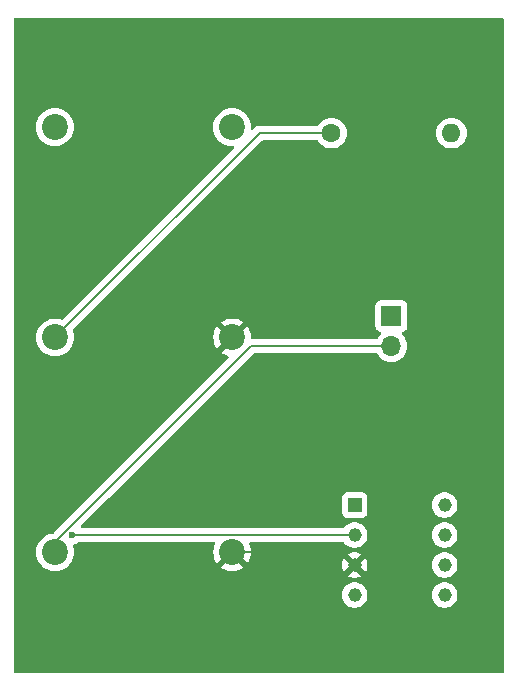
<source format=gbr>
%TF.GenerationSoftware,KiCad,Pcbnew,8.0.8*%
%TF.CreationDate,2025-02-03T11:26:52-05:00*%
%TF.ProjectId,Power_Supply_Board,506f7765-725f-4537-9570-706c795f426f,rev?*%
%TF.SameCoordinates,Original*%
%TF.FileFunction,Copper,L2,Bot*%
%TF.FilePolarity,Positive*%
%FSLAX46Y46*%
G04 Gerber Fmt 4.6, Leading zero omitted, Abs format (unit mm)*
G04 Created by KiCad (PCBNEW 8.0.8) date 2025-02-03 11:26:52*
%MOMM*%
%LPD*%
G01*
G04 APERTURE LIST*
%TA.AperFunction,ComponentPad*%
%ADD10R,1.700000X1.700000*%
%TD*%
%TA.AperFunction,ComponentPad*%
%ADD11O,1.700000X1.700000*%
%TD*%
%TA.AperFunction,ComponentPad*%
%ADD12R,1.160000X1.160000*%
%TD*%
%TA.AperFunction,ComponentPad*%
%ADD13C,1.160000*%
%TD*%
%TA.AperFunction,ComponentPad*%
%ADD14C,1.600000*%
%TD*%
%TA.AperFunction,ComponentPad*%
%ADD15O,1.600000X1.600000*%
%TD*%
%TA.AperFunction,ComponentPad*%
%ADD16C,2.200000*%
%TD*%
%TA.AperFunction,ViaPad*%
%ADD17C,0.600000*%
%TD*%
%TA.AperFunction,Conductor*%
%ADD18C,0.200000*%
%TD*%
G04 APERTURE END LIST*
D10*
%TO.P,J1,1,Pin_1*%
%TO.N,Net-(IC1-V+)*%
X190500000Y-84000000D03*
D11*
%TO.P,J1,2,Pin_2*%
%TO.N,Net-(J1-Pin_2)*%
X190500000Y-86540000D03*
%TD*%
D12*
%TO.P,IC1,1,BOOST*%
%TO.N,unconnected-(IC1-BOOST-Pad1)*%
X187380000Y-100000000D03*
D13*
%TO.P,IC1,2,CAP+*%
%TO.N,Net-(IC1-CAP+)*%
X187380000Y-102540000D03*
%TO.P,IC1,3,GND*%
%TO.N,Earth*%
X187380000Y-105080000D03*
%TO.P,IC1,4,CAP-*%
%TO.N,Net-(IC1-CAP-)*%
X187380000Y-107620000D03*
%TO.P,IC1,5,VOUT*%
%TO.N,Net-(IC1-VOUT)*%
X195000000Y-107620000D03*
%TO.P,IC1,6,LOW_VOLTAGE_(LV)*%
%TO.N,unconnected-(IC1-LOW_VOLTAGE_(LV)-Pad6)*%
X195000000Y-105080000D03*
%TO.P,IC1,7,OSC*%
%TO.N,unconnected-(IC1-OSC-Pad7)*%
X195000000Y-102540000D03*
%TO.P,IC1,8,V+*%
%TO.N,Net-(IC1-V+)*%
X195000000Y-100000000D03*
%TD*%
D14*
%TO.P,R1,1*%
%TO.N,Net-(IC1-VOUT)*%
X185420000Y-68500000D03*
D15*
%TO.P,R1,2*%
%TO.N,Net-(J1-Pin_2)*%
X195580000Y-68500000D03*
%TD*%
D16*
%TO.P,C3,1*%
%TO.N,Net-(J1-Pin_2)*%
X162025000Y-104000000D03*
%TO.P,C3,2*%
%TO.N,Earth*%
X177025000Y-104000000D03*
%TD*%
%TO.P,C1,1*%
%TO.N,Net-(IC1-CAP+)*%
X162000000Y-68000000D03*
%TO.P,C1,2*%
%TO.N,Net-(IC1-CAP-)*%
X177000000Y-68000000D03*
%TD*%
%TO.P,C2,1*%
%TO.N,Net-(IC1-VOUT)*%
X162025000Y-85810000D03*
%TO.P,C2,2*%
%TO.N,Earth*%
X177025000Y-85810000D03*
%TD*%
D17*
%TO.N,Net-(IC1-CAP+)*%
X163482000Y-102540000D03*
%TD*%
D18*
%TO.N,Net-(IC1-CAP+)*%
X187380000Y-102540000D02*
X163482000Y-102540000D01*
%TO.N,Earth*%
X186300000Y-104000000D02*
X187380000Y-105080000D01*
X177025000Y-104000000D02*
X186300000Y-104000000D01*
%TO.N,Net-(IC1-VOUT)*%
X162025000Y-85810000D02*
X179335000Y-68500000D01*
X179335000Y-68500000D02*
X185420000Y-68500000D01*
%TO.N,Net-(J1-Pin_2)*%
X162025000Y-104000000D02*
X162025000Y-103093000D01*
X178578000Y-86540000D02*
X190500000Y-86540000D01*
X162025000Y-103093000D02*
X178578000Y-86540000D01*
%TD*%
%TA.AperFunction,Conductor*%
%TO.N,Earth*%
G36*
X199942539Y-58770185D02*
G01*
X199988294Y-58822989D01*
X199999500Y-58874500D01*
X199999500Y-114125500D01*
X199979815Y-114192539D01*
X199927011Y-114238294D01*
X199875500Y-114249500D01*
X158624500Y-114249500D01*
X158557461Y-114229815D01*
X158511706Y-114177011D01*
X158500500Y-114125500D01*
X158500500Y-107619999D01*
X186294871Y-107619999D01*
X186294871Y-107620000D01*
X186313346Y-107819391D01*
X186313347Y-107819393D01*
X186368145Y-108011989D01*
X186368151Y-108012004D01*
X186457401Y-108191241D01*
X186457406Y-108191249D01*
X186578081Y-108351049D01*
X186705386Y-108467102D01*
X186726064Y-108485952D01*
X186896316Y-108591368D01*
X187083040Y-108663705D01*
X187279877Y-108700500D01*
X187279879Y-108700500D01*
X187480121Y-108700500D01*
X187480123Y-108700500D01*
X187676960Y-108663705D01*
X187863684Y-108591368D01*
X188033936Y-108485952D01*
X188181920Y-108351047D01*
X188302595Y-108191247D01*
X188391853Y-108011994D01*
X188446653Y-107819392D01*
X188465129Y-107620000D01*
X188465129Y-107619999D01*
X193914871Y-107619999D01*
X193914871Y-107620000D01*
X193933346Y-107819391D01*
X193933347Y-107819393D01*
X193988145Y-108011989D01*
X193988151Y-108012004D01*
X194077401Y-108191241D01*
X194077406Y-108191249D01*
X194198081Y-108351049D01*
X194325386Y-108467102D01*
X194346064Y-108485952D01*
X194516316Y-108591368D01*
X194703040Y-108663705D01*
X194899877Y-108700500D01*
X194899879Y-108700500D01*
X195100121Y-108700500D01*
X195100123Y-108700500D01*
X195296960Y-108663705D01*
X195483684Y-108591368D01*
X195653936Y-108485952D01*
X195801920Y-108351047D01*
X195922595Y-108191247D01*
X196011853Y-108011994D01*
X196066653Y-107819392D01*
X196085129Y-107620000D01*
X196066653Y-107420608D01*
X196011853Y-107228006D01*
X196011848Y-107227995D01*
X195922598Y-107048758D01*
X195922593Y-107048750D01*
X195801918Y-106888950D01*
X195653937Y-106754049D01*
X195653936Y-106754048D01*
X195589101Y-106713903D01*
X195483685Y-106648632D01*
X195483683Y-106648631D01*
X195347152Y-106595739D01*
X195296960Y-106576295D01*
X195100123Y-106539500D01*
X194899877Y-106539500D01*
X194703040Y-106576295D01*
X194703037Y-106576295D01*
X194703037Y-106576296D01*
X194516316Y-106648631D01*
X194516314Y-106648632D01*
X194346062Y-106754049D01*
X194198081Y-106888950D01*
X194077406Y-107048750D01*
X194077401Y-107048758D01*
X193988151Y-107227995D01*
X193988145Y-107228010D01*
X193933347Y-107420606D01*
X193933346Y-107420608D01*
X193914871Y-107619999D01*
X188465129Y-107619999D01*
X188446653Y-107420608D01*
X188391853Y-107228006D01*
X188391848Y-107227995D01*
X188302598Y-107048758D01*
X188302593Y-107048750D01*
X188181918Y-106888950D01*
X188033937Y-106754049D01*
X188033936Y-106754048D01*
X187969101Y-106713903D01*
X187863685Y-106648632D01*
X187863683Y-106648631D01*
X187727152Y-106595739D01*
X187676960Y-106576295D01*
X187480123Y-106539500D01*
X187279877Y-106539500D01*
X187083040Y-106576295D01*
X187083037Y-106576295D01*
X187083037Y-106576296D01*
X186896316Y-106648631D01*
X186896314Y-106648632D01*
X186726062Y-106754049D01*
X186578081Y-106888950D01*
X186457406Y-107048750D01*
X186457401Y-107048758D01*
X186368151Y-107227995D01*
X186368145Y-107228010D01*
X186313347Y-107420606D01*
X186313346Y-107420608D01*
X186294871Y-107619999D01*
X158500500Y-107619999D01*
X158500500Y-104000000D01*
X160419551Y-104000000D01*
X160439317Y-104251151D01*
X160498126Y-104496110D01*
X160594533Y-104728859D01*
X160726160Y-104943653D01*
X160726161Y-104943656D01*
X160726164Y-104943659D01*
X160889776Y-105135224D01*
X161038066Y-105261875D01*
X161081343Y-105298838D01*
X161081346Y-105298839D01*
X161296140Y-105430466D01*
X161527737Y-105526396D01*
X161528889Y-105526873D01*
X161773852Y-105585683D01*
X162025000Y-105605449D01*
X162276148Y-105585683D01*
X162521111Y-105526873D01*
X162753859Y-105430466D01*
X162968659Y-105298836D01*
X163160224Y-105135224D01*
X163323836Y-104943659D01*
X163455466Y-104728859D01*
X163551873Y-104496111D01*
X163610683Y-104251148D01*
X163630449Y-104000000D01*
X163610683Y-103748852D01*
X163551873Y-103503889D01*
X163549155Y-103497327D01*
X163541686Y-103427858D01*
X163572961Y-103365379D01*
X163633050Y-103329727D01*
X163649830Y-103326655D01*
X163661255Y-103325368D01*
X163831522Y-103265789D01*
X163984262Y-103169816D01*
X163984267Y-103169810D01*
X163987097Y-103167555D01*
X163989275Y-103166665D01*
X163990158Y-103166111D01*
X163990255Y-103166265D01*
X164051783Y-103141145D01*
X164064412Y-103140500D01*
X175463609Y-103140500D01*
X175530648Y-103160185D01*
X175576403Y-103212989D01*
X175586347Y-103282147D01*
X175578170Y-103311953D01*
X175498603Y-103504043D01*
X175439812Y-103748927D01*
X175420052Y-104000000D01*
X175439812Y-104251072D01*
X175498603Y-104495956D01*
X175594980Y-104728631D01*
X175726568Y-104943362D01*
X175727266Y-104944179D01*
X176501212Y-104170233D01*
X176512482Y-104212292D01*
X176584890Y-104337708D01*
X176687292Y-104440110D01*
X176812708Y-104512518D01*
X176854765Y-104523787D01*
X176080819Y-105297732D01*
X176080819Y-105297733D01*
X176081634Y-105298429D01*
X176296368Y-105430019D01*
X176529043Y-105526396D01*
X176773927Y-105585187D01*
X177025000Y-105604947D01*
X177276072Y-105585187D01*
X177520956Y-105526396D01*
X177753631Y-105430019D01*
X177968361Y-105298432D01*
X177968363Y-105298430D01*
X177969180Y-105297732D01*
X177751447Y-105079999D01*
X186295373Y-105079999D01*
X186295373Y-105080000D01*
X186313840Y-105279295D01*
X186368616Y-105471815D01*
X186457044Y-105649402D01*
X187000000Y-105106446D01*
X187000000Y-105130028D01*
X187025896Y-105226675D01*
X187075924Y-105313325D01*
X187146675Y-105384076D01*
X187233325Y-105434104D01*
X187329972Y-105460000D01*
X187353553Y-105460000D01*
X186813839Y-105999711D01*
X186896539Y-106050917D01*
X186896540Y-106050918D01*
X187083175Y-106123220D01*
X187279925Y-106160000D01*
X187480075Y-106160000D01*
X187676824Y-106123220D01*
X187863459Y-106050918D01*
X187863463Y-106050916D01*
X187946158Y-105999712D01*
X187946158Y-105999711D01*
X187406448Y-105460000D01*
X187430028Y-105460000D01*
X187526675Y-105434104D01*
X187613325Y-105384076D01*
X187684076Y-105313325D01*
X187734104Y-105226675D01*
X187760000Y-105130028D01*
X187760000Y-105106447D01*
X188302954Y-105649401D01*
X188302955Y-105649401D01*
X188391383Y-105471815D01*
X188446159Y-105279295D01*
X188464627Y-105080000D01*
X188464627Y-105079999D01*
X193914871Y-105079999D01*
X193914871Y-105080000D01*
X193933346Y-105279391D01*
X193933347Y-105279393D01*
X193988145Y-105471989D01*
X193988151Y-105472004D01*
X194077401Y-105651241D01*
X194077406Y-105651249D01*
X194198081Y-105811049D01*
X194325386Y-105927102D01*
X194346064Y-105945952D01*
X194432889Y-105999712D01*
X194515587Y-106050917D01*
X194516316Y-106051368D01*
X194703040Y-106123705D01*
X194899877Y-106160500D01*
X194899879Y-106160500D01*
X195100121Y-106160500D01*
X195100123Y-106160500D01*
X195296960Y-106123705D01*
X195483684Y-106051368D01*
X195653936Y-105945952D01*
X195801920Y-105811047D01*
X195922595Y-105651247D01*
X196011853Y-105471994D01*
X196066653Y-105279392D01*
X196085129Y-105080000D01*
X196066653Y-104880608D01*
X196011853Y-104688006D01*
X195923513Y-104510596D01*
X195922598Y-104508758D01*
X195922593Y-104508750D01*
X195801918Y-104348950D01*
X195653937Y-104214049D01*
X195653936Y-104214048D01*
X195589101Y-104173903D01*
X195483685Y-104108632D01*
X195483683Y-104108631D01*
X195298209Y-104036779D01*
X195296960Y-104036295D01*
X195100123Y-103999500D01*
X194899877Y-103999500D01*
X194703040Y-104036295D01*
X194703037Y-104036295D01*
X194703037Y-104036296D01*
X194516316Y-104108631D01*
X194516314Y-104108632D01*
X194346062Y-104214049D01*
X194198081Y-104348950D01*
X194077406Y-104508750D01*
X194077401Y-104508758D01*
X193988151Y-104687995D01*
X193988145Y-104688010D01*
X193933347Y-104880606D01*
X193933346Y-104880608D01*
X193914871Y-105079999D01*
X188464627Y-105079999D01*
X188446159Y-104880704D01*
X188391383Y-104688184D01*
X188302955Y-104510596D01*
X187760000Y-105053551D01*
X187760000Y-105029972D01*
X187734104Y-104933325D01*
X187684076Y-104846675D01*
X187613325Y-104775924D01*
X187526675Y-104725896D01*
X187430028Y-104700000D01*
X187406447Y-104700000D01*
X187946159Y-104160287D01*
X187863458Y-104109081D01*
X187863457Y-104109080D01*
X187676824Y-104036779D01*
X187480075Y-104000000D01*
X187279925Y-104000000D01*
X187083175Y-104036779D01*
X186896543Y-104109080D01*
X186813839Y-104160287D01*
X187353554Y-104700000D01*
X187329972Y-104700000D01*
X187233325Y-104725896D01*
X187146675Y-104775924D01*
X187075924Y-104846675D01*
X187025896Y-104933325D01*
X187000000Y-105029972D01*
X187000000Y-105053552D01*
X186457044Y-104510596D01*
X186457043Y-104510596D01*
X186368618Y-104688179D01*
X186368614Y-104688189D01*
X186313840Y-104880704D01*
X186295373Y-105079999D01*
X177751447Y-105079999D01*
X177195234Y-104523787D01*
X177237292Y-104512518D01*
X177362708Y-104440110D01*
X177465110Y-104337708D01*
X177537518Y-104212292D01*
X177548787Y-104170234D01*
X178322732Y-104944180D01*
X178323430Y-104943363D01*
X178323432Y-104943361D01*
X178455019Y-104728631D01*
X178551396Y-104495956D01*
X178610187Y-104251072D01*
X178629947Y-104000000D01*
X178610187Y-103748927D01*
X178551396Y-103504043D01*
X178471830Y-103311953D01*
X178464361Y-103242483D01*
X178495636Y-103180004D01*
X178555725Y-103144352D01*
X178586391Y-103140500D01*
X186417752Y-103140500D01*
X186484791Y-103160185D01*
X186516705Y-103189773D01*
X186578080Y-103271047D01*
X186578083Y-103271049D01*
X186578085Y-103271052D01*
X186681557Y-103365379D01*
X186726064Y-103405952D01*
X186797204Y-103450000D01*
X186884485Y-103504043D01*
X186896316Y-103511368D01*
X187083040Y-103583705D01*
X187279877Y-103620500D01*
X187279879Y-103620500D01*
X187480121Y-103620500D01*
X187480123Y-103620500D01*
X187676960Y-103583705D01*
X187863684Y-103511368D01*
X188033936Y-103405952D01*
X188181920Y-103271047D01*
X188302595Y-103111247D01*
X188391853Y-102931994D01*
X188446653Y-102739392D01*
X188465129Y-102540000D01*
X188465129Y-102539999D01*
X193914871Y-102539999D01*
X193914871Y-102540000D01*
X193933346Y-102739391D01*
X193933347Y-102739393D01*
X193988145Y-102931989D01*
X193988151Y-102932004D01*
X194077401Y-103111241D01*
X194077406Y-103111249D01*
X194198081Y-103271049D01*
X194301557Y-103365379D01*
X194346064Y-103405952D01*
X194417204Y-103450000D01*
X194504485Y-103504043D01*
X194516316Y-103511368D01*
X194703040Y-103583705D01*
X194899877Y-103620500D01*
X194899879Y-103620500D01*
X195100121Y-103620500D01*
X195100123Y-103620500D01*
X195296960Y-103583705D01*
X195483684Y-103511368D01*
X195653936Y-103405952D01*
X195801920Y-103271047D01*
X195922595Y-103111247D01*
X196011853Y-102931994D01*
X196066653Y-102739392D01*
X196085129Y-102540000D01*
X196066653Y-102340608D01*
X196011853Y-102148006D01*
X196011848Y-102147995D01*
X195922598Y-101968758D01*
X195922593Y-101968750D01*
X195801918Y-101808950D01*
X195653937Y-101674049D01*
X195653936Y-101674048D01*
X195589101Y-101633903D01*
X195483685Y-101568632D01*
X195483683Y-101568631D01*
X195347152Y-101515739D01*
X195296960Y-101496295D01*
X195100123Y-101459500D01*
X194899877Y-101459500D01*
X194703040Y-101496295D01*
X194703037Y-101496295D01*
X194703037Y-101496296D01*
X194516316Y-101568631D01*
X194516314Y-101568632D01*
X194346062Y-101674049D01*
X194198081Y-101808950D01*
X194077406Y-101968750D01*
X194077401Y-101968758D01*
X193988151Y-102147995D01*
X193988145Y-102148010D01*
X193933347Y-102340606D01*
X193933346Y-102340608D01*
X193914871Y-102539999D01*
X188465129Y-102539999D01*
X188446653Y-102340608D01*
X188391853Y-102148006D01*
X188391848Y-102147995D01*
X188302598Y-101968758D01*
X188302593Y-101968750D01*
X188181918Y-101808950D01*
X188033937Y-101674049D01*
X188033936Y-101674048D01*
X187969101Y-101633903D01*
X187863685Y-101568632D01*
X187863683Y-101568631D01*
X187727152Y-101515739D01*
X187676960Y-101496295D01*
X187480123Y-101459500D01*
X187279877Y-101459500D01*
X187083040Y-101496295D01*
X187083037Y-101496295D01*
X187083037Y-101496296D01*
X186896316Y-101568631D01*
X186896314Y-101568632D01*
X186726062Y-101674049D01*
X186578085Y-101808947D01*
X186578078Y-101808955D01*
X186516706Y-101890226D01*
X186460598Y-101931863D01*
X186417752Y-101939500D01*
X164327097Y-101939500D01*
X164260058Y-101919815D01*
X164214303Y-101867011D01*
X164204359Y-101797853D01*
X164233384Y-101734297D01*
X164239416Y-101727819D01*
X166595100Y-99372135D01*
X186299500Y-99372135D01*
X186299500Y-100627870D01*
X186299501Y-100627876D01*
X186305908Y-100687483D01*
X186356202Y-100822328D01*
X186356206Y-100822335D01*
X186442452Y-100937544D01*
X186442455Y-100937547D01*
X186557664Y-101023793D01*
X186557671Y-101023797D01*
X186692517Y-101074091D01*
X186692516Y-101074091D01*
X186699444Y-101074835D01*
X186752127Y-101080500D01*
X188007872Y-101080499D01*
X188067483Y-101074091D01*
X188202331Y-101023796D01*
X188317546Y-100937546D01*
X188403796Y-100822331D01*
X188454091Y-100687483D01*
X188460500Y-100627873D01*
X188460499Y-99999999D01*
X193914871Y-99999999D01*
X193914871Y-100000000D01*
X193933346Y-100199391D01*
X193933347Y-100199393D01*
X193988145Y-100391989D01*
X193988151Y-100392004D01*
X194077401Y-100571241D01*
X194077406Y-100571249D01*
X194198081Y-100731049D01*
X194298214Y-100822331D01*
X194346064Y-100865952D01*
X194516316Y-100971368D01*
X194703040Y-101043705D01*
X194899877Y-101080500D01*
X194899879Y-101080500D01*
X195100121Y-101080500D01*
X195100123Y-101080500D01*
X195296960Y-101043705D01*
X195483684Y-100971368D01*
X195653936Y-100865952D01*
X195801920Y-100731047D01*
X195922595Y-100571247D01*
X196011853Y-100391994D01*
X196066653Y-100199392D01*
X196085129Y-100000000D01*
X196066653Y-99800608D01*
X196011853Y-99608006D01*
X196011848Y-99607995D01*
X195922598Y-99428758D01*
X195922593Y-99428750D01*
X195801918Y-99268950D01*
X195653937Y-99134049D01*
X195653936Y-99134048D01*
X195538310Y-99062455D01*
X195483685Y-99028632D01*
X195483683Y-99028631D01*
X195347152Y-98975739D01*
X195296960Y-98956295D01*
X195100123Y-98919500D01*
X194899877Y-98919500D01*
X194703040Y-98956295D01*
X194703037Y-98956295D01*
X194703037Y-98956296D01*
X194516316Y-99028631D01*
X194516314Y-99028632D01*
X194346062Y-99134049D01*
X194198081Y-99268950D01*
X194077406Y-99428750D01*
X194077401Y-99428758D01*
X193988151Y-99607995D01*
X193988145Y-99608010D01*
X193933347Y-99800606D01*
X193933346Y-99800608D01*
X193914871Y-99999999D01*
X188460499Y-99999999D01*
X188460499Y-99372128D01*
X188454091Y-99312517D01*
X188403796Y-99177669D01*
X188403795Y-99177668D01*
X188403793Y-99177664D01*
X188317547Y-99062455D01*
X188317544Y-99062452D01*
X188202335Y-98976206D01*
X188202328Y-98976202D01*
X188067482Y-98925908D01*
X188067483Y-98925908D01*
X188007883Y-98919501D01*
X188007881Y-98919500D01*
X188007873Y-98919500D01*
X188007864Y-98919500D01*
X186752129Y-98919500D01*
X186752123Y-98919501D01*
X186692516Y-98925908D01*
X186557671Y-98976202D01*
X186557664Y-98976206D01*
X186442455Y-99062452D01*
X186442452Y-99062455D01*
X186356206Y-99177664D01*
X186356202Y-99177671D01*
X186305908Y-99312517D01*
X186299501Y-99372116D01*
X186299501Y-99372123D01*
X186299500Y-99372135D01*
X166595100Y-99372135D01*
X178790416Y-87176819D01*
X178851739Y-87143334D01*
X178878097Y-87140500D01*
X189210909Y-87140500D01*
X189277948Y-87160185D01*
X189323292Y-87212097D01*
X189325965Y-87217830D01*
X189461505Y-87411401D01*
X189628599Y-87578495D01*
X189725384Y-87646265D01*
X189822165Y-87714032D01*
X189822167Y-87714033D01*
X189822170Y-87714035D01*
X190036337Y-87813903D01*
X190264592Y-87875063D01*
X190452918Y-87891539D01*
X190499999Y-87895659D01*
X190500000Y-87895659D01*
X190500001Y-87895659D01*
X190539234Y-87892226D01*
X190735408Y-87875063D01*
X190963663Y-87813903D01*
X191177830Y-87714035D01*
X191371401Y-87578495D01*
X191538495Y-87411401D01*
X191674035Y-87217830D01*
X191773903Y-87003663D01*
X191835063Y-86775408D01*
X191855659Y-86540000D01*
X191835063Y-86304592D01*
X191773903Y-86076337D01*
X191674035Y-85862171D01*
X191674034Y-85862169D01*
X191538496Y-85668600D01*
X191538495Y-85668599D01*
X191416567Y-85546671D01*
X191383084Y-85485351D01*
X191388068Y-85415659D01*
X191429939Y-85359725D01*
X191460915Y-85342810D01*
X191592331Y-85293796D01*
X191707546Y-85207546D01*
X191793796Y-85092331D01*
X191844091Y-84957483D01*
X191850500Y-84897873D01*
X191850499Y-83102128D01*
X191844091Y-83042517D01*
X191793796Y-82907669D01*
X191793795Y-82907668D01*
X191793793Y-82907664D01*
X191707547Y-82792455D01*
X191707544Y-82792452D01*
X191592335Y-82706206D01*
X191592328Y-82706202D01*
X191457482Y-82655908D01*
X191457483Y-82655908D01*
X191397883Y-82649501D01*
X191397881Y-82649500D01*
X191397873Y-82649500D01*
X191397864Y-82649500D01*
X189602129Y-82649500D01*
X189602123Y-82649501D01*
X189542516Y-82655908D01*
X189407671Y-82706202D01*
X189407664Y-82706206D01*
X189292455Y-82792452D01*
X189292452Y-82792455D01*
X189206206Y-82907664D01*
X189206202Y-82907671D01*
X189155908Y-83042517D01*
X189149501Y-83102116D01*
X189149501Y-83102123D01*
X189149500Y-83102135D01*
X189149500Y-84897870D01*
X189149501Y-84897876D01*
X189155908Y-84957483D01*
X189206202Y-85092328D01*
X189206206Y-85092335D01*
X189292452Y-85207544D01*
X189292455Y-85207547D01*
X189407664Y-85293793D01*
X189407671Y-85293797D01*
X189539081Y-85342810D01*
X189595015Y-85384681D01*
X189619432Y-85450145D01*
X189604580Y-85518418D01*
X189583430Y-85546673D01*
X189461503Y-85668600D01*
X189325965Y-85862170D01*
X189325962Y-85862175D01*
X189323289Y-85867909D01*
X189277115Y-85920346D01*
X189210909Y-85939500D01*
X178753899Y-85939500D01*
X178686860Y-85919815D01*
X178641105Y-85867011D01*
X178631872Y-85814872D01*
X178629948Y-85814872D01*
X178629948Y-85810003D01*
X178610187Y-85558927D01*
X178551396Y-85314043D01*
X178455019Y-85081368D01*
X178323429Y-84866634D01*
X178322733Y-84865819D01*
X178322732Y-84865819D01*
X177548787Y-85639765D01*
X177537518Y-85597708D01*
X177465110Y-85472292D01*
X177362708Y-85369890D01*
X177237292Y-85297482D01*
X177195232Y-85286212D01*
X177969179Y-84512266D01*
X177968362Y-84511568D01*
X177753631Y-84379980D01*
X177520956Y-84283603D01*
X177276072Y-84224812D01*
X177025000Y-84205052D01*
X176773927Y-84224812D01*
X176529043Y-84283603D01*
X176296368Y-84379980D01*
X176081637Y-84511567D01*
X176080818Y-84512266D01*
X176854765Y-85286212D01*
X176812708Y-85297482D01*
X176687292Y-85369890D01*
X176584890Y-85472292D01*
X176512482Y-85597708D01*
X176501212Y-85639765D01*
X175727266Y-84865818D01*
X175726567Y-84866637D01*
X175594980Y-85081368D01*
X175498603Y-85314043D01*
X175439812Y-85558927D01*
X175420052Y-85810000D01*
X175439812Y-86061072D01*
X175498603Y-86305956D01*
X175594980Y-86538631D01*
X175726568Y-86753362D01*
X175727266Y-86754179D01*
X176501212Y-85980233D01*
X176512482Y-86022292D01*
X176584890Y-86147708D01*
X176687292Y-86250110D01*
X176812708Y-86322518D01*
X176854765Y-86333787D01*
X176080819Y-87107732D01*
X176080819Y-87107733D01*
X176081634Y-87108429D01*
X176296368Y-87240019D01*
X176529043Y-87336396D01*
X176638983Y-87362790D01*
X176699575Y-87397580D01*
X176731739Y-87459607D01*
X176725263Y-87529176D01*
X176697717Y-87571045D01*
X161893679Y-102375084D01*
X161832356Y-102408569D01*
X161815730Y-102411021D01*
X161813079Y-102411229D01*
X161773852Y-102414317D01*
X161773848Y-102414318D01*
X161528889Y-102473126D01*
X161296140Y-102569533D01*
X161081346Y-102701160D01*
X161081343Y-102701161D01*
X160889776Y-102864776D01*
X160726161Y-103056343D01*
X160726160Y-103056346D01*
X160594533Y-103271140D01*
X160498126Y-103503889D01*
X160439317Y-103748848D01*
X160419551Y-104000000D01*
X158500500Y-104000000D01*
X158500500Y-85810000D01*
X160419551Y-85810000D01*
X160439317Y-86061151D01*
X160498126Y-86306110D01*
X160594533Y-86538859D01*
X160726160Y-86753653D01*
X160726161Y-86753656D01*
X160781604Y-86818571D01*
X160889776Y-86945224D01*
X161038066Y-87071875D01*
X161081343Y-87108838D01*
X161081346Y-87108839D01*
X161296140Y-87240466D01*
X161527737Y-87336396D01*
X161528889Y-87336873D01*
X161773852Y-87395683D01*
X162025000Y-87415449D01*
X162276148Y-87395683D01*
X162521111Y-87336873D01*
X162753859Y-87240466D01*
X162968659Y-87108836D01*
X163160224Y-86945224D01*
X163323836Y-86753659D01*
X163455466Y-86538859D01*
X163551873Y-86306111D01*
X163610683Y-86061148D01*
X163630449Y-85810000D01*
X163610683Y-85558852D01*
X163551873Y-85313889D01*
X163530410Y-85262073D01*
X163522942Y-85192607D01*
X163554216Y-85130128D01*
X163557263Y-85126970D01*
X179547417Y-69136819D01*
X179608740Y-69103334D01*
X179635098Y-69100500D01*
X184188308Y-69100500D01*
X184255347Y-69120185D01*
X184289880Y-69153374D01*
X184375480Y-69275624D01*
X184419954Y-69339141D01*
X184580858Y-69500045D01*
X184580861Y-69500047D01*
X184767266Y-69630568D01*
X184973504Y-69726739D01*
X185193308Y-69785635D01*
X185355230Y-69799801D01*
X185419998Y-69805468D01*
X185420000Y-69805468D01*
X185420002Y-69805468D01*
X185476673Y-69800509D01*
X185646692Y-69785635D01*
X185866496Y-69726739D01*
X186072734Y-69630568D01*
X186259139Y-69500047D01*
X186420047Y-69339139D01*
X186550568Y-69152734D01*
X186646739Y-68946496D01*
X186705635Y-68726692D01*
X186725468Y-68500000D01*
X186725468Y-68499998D01*
X194274532Y-68499998D01*
X194274532Y-68500001D01*
X194294364Y-68726686D01*
X194294366Y-68726697D01*
X194353258Y-68946488D01*
X194353261Y-68946497D01*
X194449431Y-69152732D01*
X194449432Y-69152734D01*
X194579954Y-69339141D01*
X194740858Y-69500045D01*
X194740861Y-69500047D01*
X194927266Y-69630568D01*
X195133504Y-69726739D01*
X195353308Y-69785635D01*
X195515230Y-69799801D01*
X195579998Y-69805468D01*
X195580000Y-69805468D01*
X195580002Y-69805468D01*
X195636673Y-69800509D01*
X195806692Y-69785635D01*
X196026496Y-69726739D01*
X196232734Y-69630568D01*
X196419139Y-69500047D01*
X196580047Y-69339139D01*
X196710568Y-69152734D01*
X196806739Y-68946496D01*
X196865635Y-68726692D01*
X196885468Y-68500000D01*
X196865635Y-68273308D01*
X196806739Y-68053504D01*
X196710568Y-67847266D01*
X196580047Y-67660861D01*
X196580045Y-67660858D01*
X196419141Y-67499954D01*
X196232734Y-67369432D01*
X196232732Y-67369431D01*
X196026497Y-67273261D01*
X196026488Y-67273258D01*
X195806697Y-67214366D01*
X195806693Y-67214365D01*
X195806692Y-67214365D01*
X195806691Y-67214364D01*
X195806686Y-67214364D01*
X195580002Y-67194532D01*
X195579998Y-67194532D01*
X195353313Y-67214364D01*
X195353302Y-67214366D01*
X195133511Y-67273258D01*
X195133502Y-67273261D01*
X194927267Y-67369431D01*
X194927265Y-67369432D01*
X194740858Y-67499954D01*
X194579954Y-67660858D01*
X194449432Y-67847265D01*
X194449431Y-67847267D01*
X194353261Y-68053502D01*
X194353258Y-68053511D01*
X194294366Y-68273302D01*
X194294364Y-68273313D01*
X194274532Y-68499998D01*
X186725468Y-68499998D01*
X186705635Y-68273308D01*
X186646739Y-68053504D01*
X186550568Y-67847266D01*
X186420047Y-67660861D01*
X186420045Y-67660858D01*
X186259141Y-67499954D01*
X186072734Y-67369432D01*
X186072732Y-67369431D01*
X185866497Y-67273261D01*
X185866488Y-67273258D01*
X185646697Y-67214366D01*
X185646693Y-67214365D01*
X185646692Y-67214365D01*
X185646691Y-67214364D01*
X185646686Y-67214364D01*
X185420002Y-67194532D01*
X185419998Y-67194532D01*
X185193313Y-67214364D01*
X185193302Y-67214366D01*
X184973511Y-67273258D01*
X184973502Y-67273261D01*
X184767267Y-67369431D01*
X184767265Y-67369432D01*
X184580858Y-67499954D01*
X184419954Y-67660858D01*
X184343450Y-67770118D01*
X184289881Y-67846624D01*
X184235307Y-67890248D01*
X184188308Y-67899500D01*
X179421670Y-67899500D01*
X179421654Y-67899499D01*
X179414058Y-67899499D01*
X179255943Y-67899499D01*
X179179579Y-67919961D01*
X179103214Y-67940423D01*
X179103209Y-67940426D01*
X178966290Y-68019475D01*
X178966286Y-68019478D01*
X178810630Y-68175134D01*
X178749307Y-68208618D01*
X178679615Y-68203634D01*
X178623682Y-68161762D01*
X178599265Y-68096298D01*
X178599330Y-68077736D01*
X178605449Y-68000000D01*
X178585683Y-67748852D01*
X178526873Y-67503889D01*
X178525243Y-67499953D01*
X178430466Y-67271140D01*
X178298839Y-67056346D01*
X178298838Y-67056343D01*
X178261875Y-67013066D01*
X178135224Y-66864776D01*
X178008571Y-66756604D01*
X177943656Y-66701161D01*
X177943653Y-66701160D01*
X177728859Y-66569533D01*
X177496110Y-66473126D01*
X177251151Y-66414317D01*
X177000000Y-66394551D01*
X176748848Y-66414317D01*
X176503889Y-66473126D01*
X176271140Y-66569533D01*
X176056346Y-66701160D01*
X176056343Y-66701161D01*
X175864776Y-66864776D01*
X175701161Y-67056343D01*
X175701160Y-67056346D01*
X175569533Y-67271140D01*
X175473126Y-67503889D01*
X175414317Y-67748848D01*
X175394551Y-68000000D01*
X175414317Y-68251151D01*
X175473126Y-68496110D01*
X175569533Y-68728859D01*
X175701160Y-68943653D01*
X175701161Y-68943656D01*
X175756604Y-69008571D01*
X175864776Y-69135224D01*
X176013066Y-69261875D01*
X176056343Y-69298838D01*
X176056346Y-69298839D01*
X176271140Y-69430466D01*
X176439120Y-69500045D01*
X176503889Y-69526873D01*
X176748852Y-69585683D01*
X177000000Y-69605449D01*
X177077725Y-69599331D01*
X177146098Y-69613695D01*
X177195855Y-69662745D01*
X177211195Y-69730910D01*
X177187247Y-69796548D01*
X177175132Y-69810630D01*
X162708056Y-84277707D01*
X162646733Y-84311192D01*
X162577041Y-84306208D01*
X162572923Y-84304587D01*
X162521113Y-84283127D01*
X162276151Y-84224317D01*
X162025000Y-84204551D01*
X161773848Y-84224317D01*
X161528889Y-84283126D01*
X161296140Y-84379533D01*
X161081346Y-84511160D01*
X161081343Y-84511161D01*
X160889776Y-84674776D01*
X160726161Y-84866343D01*
X160726160Y-84866346D01*
X160594533Y-85081140D01*
X160498126Y-85313889D01*
X160439317Y-85558848D01*
X160419551Y-85810000D01*
X158500500Y-85810000D01*
X158500500Y-68000000D01*
X160394551Y-68000000D01*
X160414317Y-68251151D01*
X160473126Y-68496110D01*
X160569533Y-68728859D01*
X160701160Y-68943653D01*
X160701161Y-68943656D01*
X160756604Y-69008571D01*
X160864776Y-69135224D01*
X161013066Y-69261875D01*
X161056343Y-69298838D01*
X161056346Y-69298839D01*
X161271140Y-69430466D01*
X161439120Y-69500045D01*
X161503889Y-69526873D01*
X161748852Y-69585683D01*
X162000000Y-69605449D01*
X162251148Y-69585683D01*
X162496111Y-69526873D01*
X162728859Y-69430466D01*
X162943659Y-69298836D01*
X163135224Y-69135224D01*
X163298836Y-68943659D01*
X163430466Y-68728859D01*
X163526873Y-68496111D01*
X163585683Y-68251148D01*
X163605449Y-68000000D01*
X163585683Y-67748852D01*
X163526873Y-67503889D01*
X163525243Y-67499953D01*
X163430466Y-67271140D01*
X163298839Y-67056346D01*
X163298838Y-67056343D01*
X163261875Y-67013066D01*
X163135224Y-66864776D01*
X163008571Y-66756604D01*
X162943656Y-66701161D01*
X162943653Y-66701160D01*
X162728859Y-66569533D01*
X162496110Y-66473126D01*
X162251151Y-66414317D01*
X162000000Y-66394551D01*
X161748848Y-66414317D01*
X161503889Y-66473126D01*
X161271140Y-66569533D01*
X161056346Y-66701160D01*
X161056343Y-66701161D01*
X160864776Y-66864776D01*
X160701161Y-67056343D01*
X160701160Y-67056346D01*
X160569533Y-67271140D01*
X160473126Y-67503889D01*
X160414317Y-67748848D01*
X160394551Y-68000000D01*
X158500500Y-68000000D01*
X158500500Y-58874500D01*
X158520185Y-58807461D01*
X158572989Y-58761706D01*
X158624500Y-58750500D01*
X199875500Y-58750500D01*
X199942539Y-58770185D01*
G37*
%TD.AperFunction*%
%TD*%
M02*

</source>
